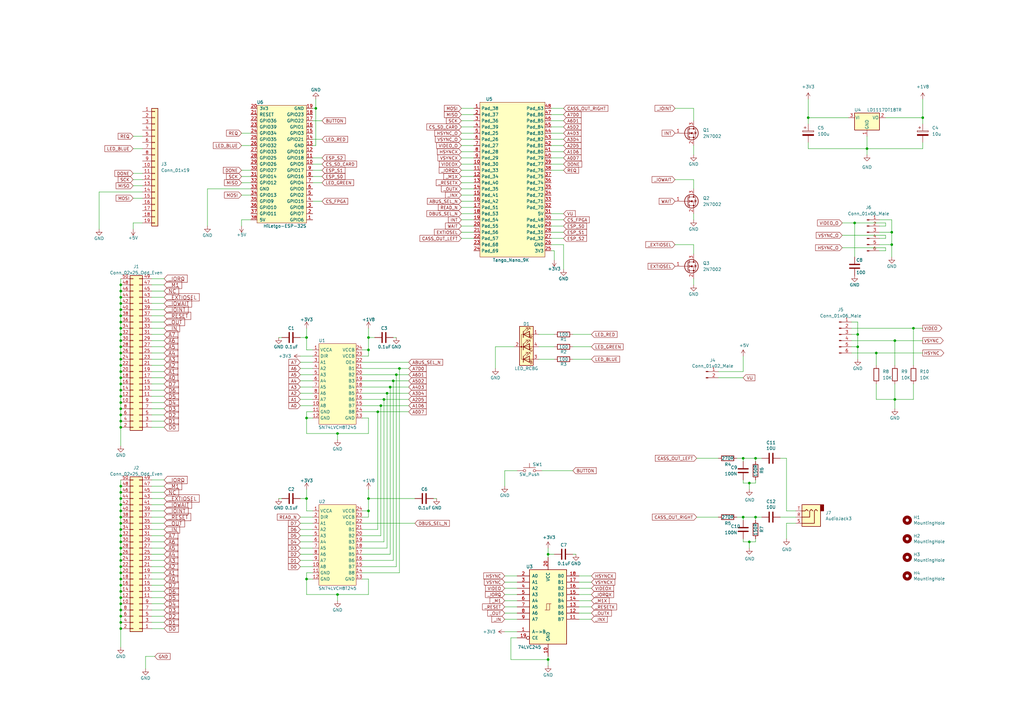
<source format=kicad_sch>
(kicad_sch (version 20211123) (generator eeschema)
  (paper "A3")
  (title_block (title "TRS-IO-M3 HIRES") (date "2022-07-24") (rev "V2.0") (comment 3 "Title: TRS-IO with HIRES for the TRS-80 Model III") (comment 4 "Author: Matt Boytim & Arno Puder"))
  (junction (at 49.53 149.86))
  (junction (at 49.53 132.08))
  (junction (at 49.53 147.32))
  (junction (at 350.52 91.44))
  (junction (at 151.13 204.47))
  (junction (at 367.03 163.83))
  (junction (at 163.83 151.13))
  (junction (at 351.79 137.16))
  (junction (at 49.53 137.16))
  (junction (at 49.53 214.63))
  (junction (at 49.53 172.72))
  (junction (at 365.76 95.25))
  (junction (at 49.53 154.94))
  (junction (at 49.53 227.33))
  (junction (at 49.53 157.48))
  (junction (at 49.53 170.18))
  (junction (at 224.79 227.33))
  (junction (at 49.53 209.55))
  (junction (at 49.53 152.4))
  (junction (at 355.6 60.96))
  (junction (at 49.53 199.39))
  (junction (at 49.53 139.7))
  (junction (at 49.53 160.02))
  (junction (at 49.53 142.24))
  (junction (at 307.34 222.25))
  (junction (at 125.73 237.49))
  (junction (at 125.73 204.47))
  (junction (at 151.13 209.55))
  (junction (at 49.53 224.79))
  (junction (at 309.88 187.96))
  (junction (at 162.56 153.67))
  (junction (at 158.75 161.29))
  (junction (at 331.47 48.26))
  (junction (at 160.02 158.75))
  (junction (at 49.53 250.19))
  (junction (at 49.53 127))
  (junction (at 49.53 204.47))
  (junction (at 125.73 138.43))
  (junction (at 49.53 229.87))
  (junction (at 154.94 168.91))
  (junction (at 359.41 144.78))
  (junction (at 49.53 124.46))
  (junction (at 49.53 217.17))
  (junction (at 49.53 234.95))
  (junction (at 49.53 252.73))
  (junction (at 138.43 243.84))
  (junction (at 49.53 167.64))
  (junction (at 161.29 156.21))
  (junction (at 49.53 219.71))
  (junction (at 49.53 212.09))
  (junction (at 224.79 270.51))
  (junction (at 49.53 242.57))
  (junction (at 49.53 237.49))
  (junction (at 304.8 212.09))
  (junction (at 49.53 134.62))
  (junction (at 374.65 134.62))
  (junction (at 49.53 116.84))
  (junction (at 151.13 143.51))
  (junction (at 49.53 257.81))
  (junction (at 156.21 166.37))
  (junction (at 49.53 232.41))
  (junction (at 125.73 171.45))
  (junction (at 304.8 187.96))
  (junction (at 309.88 212.09))
  (junction (at 49.53 144.78))
  (junction (at 49.53 121.92))
  (junction (at 157.48 163.83))
  (junction (at 129.54 44.45))
  (junction (at 49.53 175.26))
  (junction (at 49.53 165.1))
  (junction (at 49.53 119.38))
  (junction (at 307.34 198.12))
  (junction (at 49.53 240.03))
  (junction (at 49.53 207.01))
  (junction (at 49.53 201.93))
  (junction (at 49.53 162.56))
  (junction (at 49.53 129.54))
  (junction (at 138.43 177.8))
  (junction (at 378.46 48.26))
  (junction (at 49.53 255.27))
  (junction (at 351.79 142.24))
  (junction (at 49.53 247.65))
  (junction (at 49.53 245.11))
  (junction (at 49.53 222.25))
  (junction (at 151.13 138.43))
  (junction (at 365.76 100.33))
  (junction (at 367.03 139.7))
  (wire (pts (xy 102.87 90.17) (xy 99.06 90.17)))
  (wire (pts (xy 62.23 149.86) (xy 67.31 149.86)))
  (wire (pts (xy 129.54 44.45) (xy 129.54 59.69)))
  (wire (pts (xy 49.53 175.26) (xy 49.53 182.88)))
  (wire (pts (xy 189.23 85.09) (xy 194.31 85.09)))
  (wire (pts (xy 154.94 168.91) (xy 167.64 168.91)))
  (wire (pts (xy 129.54 59.69) (xy 128.27 59.69)))
  (wire (pts (xy 148.59 151.13) (xy 163.83 151.13)))
  (wire (pts (xy 123.19 166.37) (xy 128.27 166.37)))
  (wire (pts (xy 114.3 138.43) (xy 115.57 138.43)))
  (wire (pts (xy 322.58 214.63) (xy 322.58 220.98)))
  (wire (pts (xy 331.47 60.96) (xy 355.6 60.96)))
  (wire (pts (xy 189.23 59.69) (xy 194.31 59.69)))
  (wire (pts (xy 226.06 92.71) (xy 231.14 92.71)))
  (wire (pts (xy 125.73 143.51) (xy 128.27 143.51)))
  (wire (pts (xy 49.53 149.86) (xy 49.53 152.4)))
  (wire (pts (xy 62.23 124.46) (xy 67.31 124.46)))
  (wire (pts (xy 207.01 251.46) (xy 212.09 251.46)))
  (wire (pts (xy 154.94 168.91) (xy 154.94 217.17)))
  (wire (pts (xy 151.13 138.43) (xy 151.13 143.51)))
  (wire (pts (xy 49.53 119.38) (xy 49.53 121.92)))
  (wire (pts (xy 114.3 204.47) (xy 115.57 204.47)))
  (wire (pts (xy 148.59 143.51) (xy 151.13 143.51)))
  (wire (pts (xy 237.49 254) (xy 242.57 254)))
  (wire (pts (xy 207.01 248.92) (xy 212.09 248.92)))
  (wire (pts (xy 49.53 212.09) (xy 49.53 214.63)))
  (wire (pts (xy 99.06 74.93) (xy 102.87 74.93)))
  (wire (pts (xy 151.13 200.66) (xy 151.13 204.47)))
  (wire (pts (xy 209.55 261.62) (xy 209.55 270.51)))
  (wire (pts (xy 49.53 227.33) (xy 49.53 229.87)))
  (wire (pts (xy 374.65 134.62) (xy 378.46 134.62)))
  (wire (pts (xy 226.06 49.53) (xy 231.14 49.53)))
  (wire (pts (xy 284.48 44.45) (xy 276.86 44.45)))
  (wire (pts (xy 54.61 60.96) (xy 58.42 60.96)))
  (wire (pts (xy 123.19 222.25) (xy 128.27 222.25)))
  (wire (pts (xy 224.79 224.79) (xy 224.79 227.33)))
  (wire (pts (xy 123.19 219.71) (xy 128.27 219.71)))
  (wire (pts (xy 189.23 57.15) (xy 194.31 57.15)))
  (wire (pts (xy 59.69 269.24) (xy 63.5 269.24)))
  (wire (pts (xy 367.03 163.83) (xy 367.03 167.64)))
  (wire (pts (xy 49.53 214.63) (xy 49.53 217.17)))
  (wire (pts (xy 189.23 67.31) (xy 194.31 67.31)))
  (wire (pts (xy 294.64 152.4) (xy 304.8 152.4)))
  (wire (pts (xy 326.39 212.09) (xy 320.04 212.09)))
  (wire (pts (xy 350.52 91.44) (xy 363.22 91.44)))
  (wire (pts (xy 62.23 232.41) (xy 67.31 232.41)))
  (wire (pts (xy 212.09 259.08) (xy 207.01 259.08)))
  (wire (pts (xy 123.19 229.87) (xy 128.27 229.87)))
  (wire (pts (xy 237.49 241.3) (xy 242.57 241.3)))
  (wire (pts (xy 367.03 139.7) (xy 378.46 139.7)))
  (wire (pts (xy 138.43 243.84) (xy 151.13 243.84)))
  (wire (pts (xy 203.2 151.13) (xy 203.2 142.24)))
  (wire (pts (xy 123.19 153.67) (xy 128.27 153.67)))
  (wire (pts (xy 326.39 209.55) (xy 322.58 209.55)))
  (wire (pts (xy 365.76 95.25) (xy 365.76 100.33)))
  (wire (pts (xy 99.06 90.17) (xy 99.06 92.71)))
  (wire (pts (xy 148.59 224.79) (xy 158.75 224.79)))
  (wire (pts (xy 212.09 261.62) (xy 209.55 261.62)))
  (wire (pts (xy 123.19 158.75) (xy 128.27 158.75)))
  (wire (pts (xy 58.42 73.66) (xy 54.61 73.66)))
  (wire (pts (xy 224.79 269.24) (xy 224.79 270.51)))
  (wire (pts (xy 359.41 144.78) (xy 378.46 144.78)))
  (wire (pts (xy 49.53 147.32) (xy 49.53 149.86)))
  (wire (pts (xy 226.06 54.61) (xy 231.14 54.61)))
  (wire (pts (xy 351.79 132.08) (xy 351.79 137.16)))
  (wire (pts (xy 49.53 157.48) (xy 49.53 160.02)))
  (wire (pts (xy 307.34 198.12) (xy 307.34 200.66)))
  (wire (pts (xy 49.53 257.81) (xy 49.53 265.43)))
  (wire (pts (xy 132.08 49.53) (xy 128.27 49.53)))
  (wire (pts (xy 151.13 243.84) (xy 151.13 237.49)))
  (wire (pts (xy 322.58 209.55) (xy 322.58 187.96)))
  (wire (pts (xy 179.07 204.47) (xy 177.8 204.47)))
  (wire (pts (xy 49.53 162.56) (xy 49.53 165.1)))
  (wire (pts (xy 349.25 132.08) (xy 351.79 132.08)))
  (wire (pts (xy 312.42 212.09) (xy 309.88 212.09)))
  (wire (pts (xy 158.75 161.29) (xy 158.75 224.79)))
  (wire (pts (xy 203.2 142.24) (xy 210.82 142.24)))
  (wire (pts (xy 123.19 161.29) (xy 128.27 161.29)))
  (wire (pts (xy 151.13 177.8) (xy 151.13 171.45)))
  (wire (pts (xy 234.95 137.16) (xy 242.57 137.16)))
  (wire (pts (xy 62.23 132.08) (xy 67.31 132.08)))
  (wire (pts (xy 349.25 137.16) (xy 351.79 137.16)))
  (wire (pts (xy 62.23 252.73) (xy 67.31 252.73)))
  (wire (pts (xy 123.19 227.33) (xy 128.27 227.33)))
  (wire (pts (xy 102.87 54.61) (xy 99.06 54.61)))
  (wire (pts (xy 49.53 242.57) (xy 49.53 245.11)))
  (wire (pts (xy 62.23 207.01) (xy 67.31 207.01)))
  (wire (pts (xy 207.01 246.38) (xy 212.09 246.38)))
  (wire (pts (xy 359.41 163.83) (xy 367.03 163.83)))
  (wire (pts (xy 49.53 217.17) (xy 49.53 219.71)))
  (wire (pts (xy 307.34 222.25) (xy 309.88 222.25)))
  (wire (pts (xy 125.73 138.43) (xy 125.73 143.51)))
  (wire (pts (xy 189.23 95.25) (xy 194.31 95.25)))
  (wire (pts (xy 49.53 170.18) (xy 49.53 172.72)))
  (wire (pts (xy 365.76 90.17) (xy 365.76 95.25)))
  (wire (pts (xy 220.98 147.32) (xy 227.33 147.32)))
  (wire (pts (xy 226.06 62.23) (xy 231.14 62.23)))
  (wire (pts (xy 62.23 201.93) (xy 67.31 201.93)))
  (wire (pts (xy 349.25 144.78) (xy 359.41 144.78)))
  (wire (pts (xy 163.83 151.13) (xy 167.64 151.13)))
  (wire (pts (xy 62.23 196.85) (xy 67.31 196.85)))
  (wire (pts (xy 359.41 157.48) (xy 359.41 163.83)))
  (wire (pts (xy 123.19 148.59) (xy 128.27 148.59)))
  (wire (pts (xy 62.23 229.87) (xy 67.31 229.87)))
  (wire (pts (xy 49.53 121.92) (xy 49.53 124.46)))
  (wire (pts (xy 49.53 196.85) (xy 49.53 199.39)))
  (wire (pts (xy 138.43 243.84) (xy 138.43 246.38)))
  (wire (pts (xy 49.53 255.27) (xy 49.53 257.81)))
  (wire (pts (xy 309.88 196.85) (xy 309.88 198.12)))
  (wire (pts (xy 231.14 100.33) (xy 231.14 110.49)))
  (wire (pts (xy 307.34 222.25) (xy 307.34 224.79)))
  (wire (pts (xy 226.06 59.69) (xy 231.14 59.69)))
  (wire (pts (xy 129.54 40.64) (xy 129.54 44.45)))
  (wire (pts (xy 189.23 97.79) (xy 194.31 97.79)))
  (wire (pts (xy 345.44 96.52) (xy 363.22 96.52)))
  (wire (pts (xy 226.06 44.45) (xy 231.14 44.45)))
  (wire (pts (xy 58.42 78.74) (xy 40.64 78.74)))
  (wire (pts (xy 158.75 161.29) (xy 167.64 161.29)))
  (wire (pts (xy 151.13 209.55) (xy 151.13 212.09)))
  (wire (pts (xy 54.61 81.28) (xy 58.42 81.28)))
  (wire (pts (xy 62.23 219.71) (xy 67.31 219.71)))
  (wire (pts (xy 49.53 234.95) (xy 49.53 237.49)))
  (wire (pts (xy 360.68 90.17) (xy 365.76 90.17)))
  (wire (pts (xy 62.23 250.19) (xy 67.31 250.19)))
  (wire (pts (xy 128.27 82.55) (xy 132.08 82.55)))
  (wire (pts (xy 309.88 187.96) (xy 304.8 187.96)))
  (wire (pts (xy 99.06 59.69) (xy 102.87 59.69)))
  (wire (pts (xy 189.23 82.55) (xy 194.31 82.55)))
  (wire (pts (xy 62.23 242.57) (xy 67.31 242.57)))
  (wire (pts (xy 148.59 222.25) (xy 157.48 222.25)))
  (wire (pts (xy 189.23 46.99) (xy 194.31 46.99)))
  (wire (pts (xy 363.22 92.71) (xy 360.68 92.71)))
  (wire (pts (xy 132.08 74.93) (xy 128.27 74.93)))
  (wire (pts (xy 59.69 274.32) (xy 59.69 269.24)))
  (wire (pts (xy 49.53 172.72) (xy 49.53 175.26)))
  (wire (pts (xy 58.42 71.12) (xy 54.61 71.12)))
  (wire (pts (xy 49.53 152.4) (xy 49.53 154.94)))
  (wire (pts (xy 62.23 257.81) (xy 67.31 257.81)))
  (wire (pts (xy 237.49 251.46) (xy 242.57 251.46)))
  (wire (pts (xy 54.61 76.2) (xy 58.42 76.2)))
  (wire (pts (xy 162.56 138.43) (xy 161.29 138.43)))
  (wire (pts (xy 234.95 227.33) (xy 236.22 227.33)))
  (wire (pts (xy 304.8 220.98) (xy 304.8 222.25)))
  (wire (pts (xy 148.59 214.63) (xy 170.18 214.63)))
  (wire (pts (xy 148.59 217.17) (xy 154.94 217.17)))
  (wire (pts (xy 309.88 212.09) (xy 304.8 212.09)))
  (wire (pts (xy 62.23 144.78) (xy 67.31 144.78)))
  (wire (pts (xy 207.01 254) (xy 212.09 254)))
  (wire (pts (xy 125.73 134.62) (xy 125.73 138.43)))
  (wire (pts (xy 125.73 234.95) (xy 125.73 237.49)))
  (wire (pts (xy 374.65 134.62) (xy 374.65 149.86)))
  (wire (pts (xy 123.19 232.41) (xy 128.27 232.41)))
  (wire (pts (xy 151.13 212.09) (xy 148.59 212.09)))
  (wire (pts (xy 355.6 60.96) (xy 378.46 60.96)))
  (wire (pts (xy 151.13 146.05) (xy 148.59 146.05)))
  (wire (pts (xy 367.03 139.7) (xy 367.03 149.86)))
  (wire (pts (xy 123.19 156.21) (xy 128.27 156.21)))
  (wire (pts (xy 148.59 161.29) (xy 158.75 161.29)))
  (wire (pts (xy 62.23 204.47) (xy 67.31 204.47)))
  (wire (pts (xy 212.09 241.3) (xy 207.01 241.3)))
  (wire (pts (xy 226.06 90.17) (xy 231.14 90.17)))
  (wire (pts (xy 62.23 172.72) (xy 67.31 172.72)))
  (wire (pts (xy 312.42 187.96) (xy 309.88 187.96)))
  (wire (pts (xy 378.46 48.26) (xy 378.46 50.8)))
  (wire (pts (xy 156.21 166.37) (xy 167.64 166.37)))
  (wire (pts (xy 49.53 129.54) (xy 49.53 132.08)))
  (wire (pts (xy 49.53 116.84) (xy 49.53 119.38)))
  (wire (pts (xy 49.53 137.16) (xy 49.53 139.7)))
  (wire (pts (xy 62.23 152.4) (xy 67.31 152.4)))
  (wire (pts (xy 355.6 55.88) (xy 355.6 60.96)))
  (wire (pts (xy 62.23 157.48) (xy 67.31 157.48)))
  (wire (pts (xy 125.73 237.49) (xy 128.27 237.49)))
  (wire (pts (xy 49.53 240.03) (xy 49.53 242.57)))
  (wire (pts (xy 62.23 224.79) (xy 67.31 224.79)))
  (wire (pts (xy 220.98 142.24) (xy 227.33 142.24)))
  (wire (pts (xy 189.23 77.47) (xy 194.31 77.47)))
  (wire (pts (xy 62.23 142.24) (xy 67.31 142.24)))
  (wire (pts (xy 222.25 193.04) (xy 234.95 193.04)))
  (wire (pts (xy 151.13 204.47) (xy 170.18 204.47)))
  (wire (pts (xy 49.53 124.46) (xy 49.53 127)))
  (wire (pts (xy 189.23 62.23) (xy 194.31 62.23)))
  (wire (pts (xy 151.13 134.62) (xy 151.13 138.43)))
  (wire (pts (xy 123.19 151.13) (xy 128.27 151.13)))
  (wire (pts (xy 128.27 234.95) (xy 125.73 234.95)))
  (wire (pts (xy 49.53 229.87) (xy 49.53 232.41)))
  (wire (pts (xy 49.53 167.64) (xy 49.53 170.18)))
  (wire (pts (xy 148.59 171.45) (xy 151.13 171.45)))
  (wire (pts (xy 148.59 232.41) (xy 162.56 232.41)))
  (wire (pts (xy 151.13 138.43) (xy 153.67 138.43)))
  (wire (pts (xy 62.23 162.56) (xy 67.31 162.56)))
  (wire (pts (xy 125.73 237.49) (xy 125.73 243.84)))
  (wire (pts (xy 99.06 80.01) (xy 102.87 80.01)))
  (wire (pts (xy 302.26 212.09) (xy 304.8 212.09)))
  (wire (pts (xy 226.06 95.25) (xy 231.14 95.25)))
  (wire (pts (xy 284.48 87.63) (xy 284.48 90.17)))
  (wire (pts (xy 237.49 246.38) (xy 242.57 246.38)))
  (wire (pts (xy 54.61 91.44) (xy 54.61 93.98)))
  (wire (pts (xy 148.59 156.21) (xy 161.29 156.21)))
  (wire (pts (xy 49.53 165.1) (xy 49.53 167.64)))
  (wire (pts (xy 237.49 238.76) (xy 242.57 238.76)))
  (wire (pts (xy 345.44 91.44) (xy 350.52 91.44)))
  (wire (pts (xy 194.31 72.39) (xy 189.23 72.39)))
  (wire (pts (xy 138.43 177.8) (xy 138.43 180.34)))
  (wire (pts (xy 102.87 77.47) (xy 85.09 77.47)))
  (wire (pts (xy 128.27 67.31) (xy 132.08 67.31)))
  (wire (pts (xy 49.53 237.49) (xy 49.53 240.03)))
  (wire (pts (xy 157.48 163.83) (xy 167.64 163.83)))
  (wire (pts (xy 212.09 193.04) (xy 207.01 193.04)))
  (wire (pts (xy 349.25 139.7) (xy 367.03 139.7)))
  (wire (pts (xy 62.23 222.25) (xy 67.31 222.25)))
  (wire (pts (xy 365.76 100.33) (xy 365.76 105.41)))
  (wire (pts (xy 363.22 101.6) (xy 363.22 102.87)))
  (wire (pts (xy 49.53 245.11) (xy 49.53 247.65)))
  (wire (pts (xy 226.06 46.99) (xy 231.14 46.99)))
  (wire (pts (xy 148.59 234.95) (xy 163.83 234.95)))
  (wire (pts (xy 125.73 204.47) (xy 125.73 209.55)))
  (wire (pts (xy 207.01 243.84) (xy 212.09 243.84)))
  (wire (pts (xy 62.23 129.54) (xy 67.31 129.54)))
  (wire (pts (xy 49.53 144.78) (xy 49.53 147.32)))
  (wire (pts (xy 62.23 245.11) (xy 67.31 245.11)))
  (wire (pts (xy 226.06 64.77) (xy 231.14 64.77)))
  (wire (pts (xy 128.27 72.39) (xy 132.08 72.39)))
  (wire (pts (xy 62.23 127) (xy 67.31 127)))
  (wire (pts (xy 226.06 69.85) (xy 231.14 69.85)))
  (wire (pts (xy 304.8 222.25) (xy 307.34 222.25)))
  (wire (pts (xy 62.23 199.39) (xy 67.31 199.39)))
  (wire (pts (xy 307.34 198.12) (xy 309.88 198.12)))
  (wire (pts (xy 189.23 74.93) (xy 194.31 74.93)))
  (wire (pts (xy 49.53 114.3) (xy 49.53 116.84)))
  (wire (pts (xy 224.79 227.33) (xy 227.33 227.33)))
  (wire (pts (xy 322.58 187.96) (xy 320.04 187.96)))
  (wire (pts (xy 148.59 153.67) (xy 162.56 153.67)))
  (wire (pts (xy 40.64 78.74) (xy 40.64 93.98)))
  (wire (pts (xy 160.02 158.75) (xy 160.02 227.33)))
  (wire (pts (xy 49.53 160.02) (xy 49.53 162.56)))
  (wire (pts (xy 62.23 139.7) (xy 67.31 139.7)))
  (wire (pts (xy 49.53 127) (xy 49.53 129.54)))
  (wire (pts (xy 207.01 193.04) (xy 207.01 199.39)))
  (wire (pts (xy 189.23 54.61) (xy 194.31 54.61)))
  (wire (pts (xy 162.56 153.67) (xy 167.64 153.67)))
  (wire (pts (xy 285.75 187.96) (xy 294.64 187.96)))
  (wire (pts (xy 374.65 163.83) (xy 374.65 157.48)))
  (wire (pts (xy 62.23 160.02) (xy 67.31 160.02)))
  (wire (pts (xy 304.8 189.23) (xy 304.8 187.96)))
  (wire (pts (xy 49.53 252.73) (xy 49.53 255.27)))
  (wire (pts (xy 226.06 52.07) (xy 231.14 52.07)))
  (wire (pts (xy 128.27 168.91) (xy 125.73 168.91)))
  (wire (pts (xy 102.87 69.85) (xy 99.06 69.85)))
  (wire (pts (xy 148.59 168.91) (xy 154.94 168.91)))
  (wire (pts (xy 49.53 134.62) (xy 49.53 137.16)))
  (wire (pts (xy 331.47 48.26) (xy 331.47 50.8)))
  (wire (pts (xy 224.79 227.33) (xy 224.79 228.6)))
  (wire (pts (xy 123.19 163.83) (xy 128.27 163.83)))
  (wire (pts (xy 49.53 232.41) (xy 49.53 234.95)))
  (wire (pts (xy 125.73 168.91) (xy 125.73 171.45)))
  (wire (pts (xy 151.13 204.47) (xy 151.13 209.55)))
  (wire (pts (xy 331.47 48.26) (xy 347.98 48.26)))
  (wire (pts (xy 285.75 212.09) (xy 294.64 212.09)))
  (wire (pts (xy 58.42 55.88) (xy 54.61 55.88)))
  (wire (pts (xy 189.23 90.17) (xy 194.31 90.17)))
  (wire (pts (xy 309.88 220.98) (xy 309.88 222.25)))
  (wire (pts (xy 123.19 224.79) (xy 128.27 224.79)))
  (wire (pts (xy 49.53 209.55) (xy 49.53 212.09)))
  (wire (pts (xy 234.95 147.32) (xy 242.57 147.32)))
  (wire (pts (xy 360.68 100.33) (xy 365.76 100.33)))
  (wire (pts (xy 125.73 171.45) (xy 125.73 177.8)))
  (wire (pts (xy 62.23 212.09) (xy 67.31 212.09)))
  (wire (pts (xy 207.01 236.22) (xy 212.09 236.22)))
  (wire (pts (xy 125.73 243.84) (xy 138.43 243.84)))
  (wire (pts (xy 160.02 158.75) (xy 167.64 158.75)))
  (wire (pts (xy 284.48 73.66) (xy 284.48 77.47)))
  (wire (pts (xy 128.27 212.09) (xy 123.19 212.09)))
  (wire (pts (xy 85.09 77.47) (xy 85.09 92.71)))
  (wire (pts (xy 123.19 217.17) (xy 128.27 217.17)))
  (wire (pts (xy 102.87 72.39) (xy 99.06 72.39)))
  (wire (pts (xy 227.33 102.87) (xy 227.33 106.68)))
  (wire (pts (xy 49.53 199.39) (xy 49.53 201.93)))
  (wire (pts (xy 49.53 132.08) (xy 49.53 134.62)))
  (wire (pts (xy 367.03 163.83) (xy 374.65 163.83)))
  (wire (pts (xy 62.23 217.17) (xy 67.31 217.17)))
  (wire (pts (xy 161.29 156.21) (xy 167.64 156.21)))
  (wire (pts (xy 58.42 91.44) (xy 54.61 91.44)))
  (wire (pts (xy 62.23 170.18) (xy 67.31 170.18)))
  (wire (pts (xy 123.19 214.63) (xy 128.27 214.63)))
  (wire (pts (xy 148.59 219.71) (xy 156.21 219.71)))
  (wire (pts (xy 125.73 177.8) (xy 138.43 177.8)))
  (wire (pts (xy 345.44 101.6) (xy 363.22 101.6)))
  (wire (pts (xy 49.53 250.19) (xy 49.53 252.73)))
  (wire (pts (xy 189.23 92.71) (xy 194.31 92.71)))
  (wire (pts (xy 231.14 87.63) (xy 226.06 87.63)))
  (wire (pts (xy 62.23 227.33) (xy 67.31 227.33)))
  (wire (pts (xy 138.43 177.8) (xy 151.13 177.8)))
  (wire (pts (xy 49.53 219.71) (xy 49.53 222.25)))
  (wire (pts (xy 156.21 166.37) (xy 156.21 219.71)))
  (wire (pts (xy 132.08 57.15) (xy 128.27 57.15)))
  (wire (pts (xy 363.22 96.52) (xy 363.22 97.79)))
  (wire (pts (xy 123.19 138.43) (xy 125.73 138.43)))
  (wire (pts (xy 62.23 114.3) (xy 67.31 114.3)))
  (wire (pts (xy 226.06 57.15) (xy 231.14 57.15)))
  (wire (pts (xy 309.88 213.36) (xy 309.88 212.09)))
  (wire (pts (xy 207.01 238.76) (xy 212.09 238.76)))
  (wire (pts (xy 189.23 69.85) (xy 194.31 69.85)))
  (wire (pts (xy 189.23 52.07) (xy 194.31 52.07)))
  (wire (pts (xy 363.22 97.79) (xy 360.68 97.79)))
  (wire (pts (xy 331.47 40.64) (xy 331.47 48.26)))
  (wire (pts (xy 62.23 167.64) (xy 67.31 167.64)))
  (wire (pts (xy 62.23 255.27) (xy 67.31 255.27)))
  (wire (pts (xy 224.79 270.51) (xy 224.79 273.05)))
  (wire (pts (xy 350.52 105.41) (xy 350.52 91.44)))
  (wire (pts (xy 128.27 44.45) (xy 129.54 44.45)))
  (wire (pts (xy 148.59 163.83) (xy 157.48 163.83)))
  (wire (pts (xy 331.47 58.42) (xy 331.47 60.96)))
  (wire (pts (xy 302.26 187.96) (xy 304.8 187.96)))
  (wire (pts (xy 226.06 102.87) (xy 227.33 102.87)))
  (wire (pts (xy 62.23 147.32) (xy 67.31 147.32)))
  (wire (pts (xy 378.46 58.42) (xy 378.46 60.96)))
  (wire (pts (xy 125.73 209.55) (xy 128.27 209.55)))
  (wire (pts (xy 189.23 64.77) (xy 194.31 64.77)))
  (wire (pts (xy 128.27 64.77) (xy 132.08 64.77)))
  (wire (pts (xy 359.41 144.78) (xy 359.41 149.86)))
  (wire (pts (xy 349.25 142.24) (xy 351.79 142.24)))
  (wire (pts (xy 62.23 119.38) (xy 67.31 119.38)))
  (wire (pts (xy 125.73 200.66) (xy 125.73 204.47)))
  (wire (pts (xy 62.23 234.95) (xy 67.31 234.95)))
  (wire (pts (xy 360.68 95.25) (xy 365.76 95.25)))
  (wire (pts (xy 49.53 204.47) (xy 49.53 207.01)))
  (wire (pts (xy 326.39 214.63) (xy 322.58 214.63)))
  (wire (pts (xy 363.22 91.44) (xy 363.22 92.71)))
  (wire (pts (xy 49.53 154.94) (xy 49.53 157.48)))
  (wire (pts (xy 284.48 59.69) (xy 284.48 63.5)))
  (wire (pts (xy 62.23 121.92) (xy 67.31 121.92)))
  (wire (pts (xy 189.23 49.53) (xy 194.31 49.53)))
  (wire (pts (xy 284.48 49.53) (xy 284.48 44.45)))
  (wire (pts (xy 148.59 148.59) (xy 167.64 148.59)))
  (wire (pts (xy 304.8 196.85) (xy 304.8 198.12)))
  (wire (pts (xy 189.23 87.63) (xy 194.31 87.63)))
  (wire (pts (xy 148.59 166.37) (xy 156.21 166.37)))
  (wire (pts (xy 237.49 236.22) (xy 242.57 236.22)))
  (wire (pts (xy 62.23 240.03) (xy 67.31 240.03)))
  (wire (pts (xy 294.64 154.94) (xy 304.8 154.94)))
  (wire (pts (xy 237.49 243.84) (xy 242.57 243.84)))
  (wire (pts (xy 62.23 154.94) (xy 67.31 154.94)))
  (wire (pts (xy 163.83 151.13) (xy 163.83 234.95)))
  (wire (pts (xy 148.59 227.33) (xy 160.02 227.33)))
  (wire (pts (xy 148.59 237.49) (xy 151.13 237.49)))
  (wire (pts (xy 62.23 214.63) (xy 67.31 214.63)))
  (wire (pts (xy 62.23 247.65) (xy 67.31 247.65)))
  (wire (pts (xy 284.48 114.3) (xy 284.48 116.84)))
  (wire (pts (xy 161.29 156.21) (xy 161.29 229.87)))
  (wire (pts (xy 349.25 134.62) (xy 374.65 134.62)))
  (wire (pts (xy 62.23 165.1) (xy 67.31 165.1)))
  (wire (pts (xy 49.53 224.79) (xy 49.53 227.33)))
  (wire (pts (xy 226.06 100.33) (xy 231.14 100.33)))
  (wire (pts (xy 355.6 60.96) (xy 355.6 63.5)))
  (wire (pts (xy 49.53 142.24) (xy 49.53 144.78)))
  (wire (pts (xy 128.27 146.05) (xy 123.19 146.05)))
  (wire (pts (xy 367.03 157.48) (xy 367.03 163.83)))
  (wire (pts (xy 128.27 69.85) (xy 132.08 69.85)))
  (wire (pts (xy 49.53 207.01) (xy 49.53 209.55)))
  (wire (pts (xy 284.48 100.33) (xy 284.48 104.14)))
  (wire (pts (xy 209.55 270.51) (xy 224.79 270.51)))
  (wire (pts (xy 62.23 175.26) (xy 67.31 175.26)))
  (wire (pts (xy 49.53 247.65) (xy 49.53 250.19)))
  (wire (pts (xy 148.59 229.87) (xy 161.29 229.87)))
  (wire (pts (xy 62.23 237.49) (xy 67.31 237.49)))
  (wire (pts (xy 49.53 139.7) (xy 49.53 142.24)))
  (wire (pts (xy 237.49 248.92) (xy 242.57 248.92)))
  (wire (pts (xy 151.13 143.51) (xy 151.13 146.05)))
  (wire (pts (xy 148.59 209.55) (xy 151.13 209.55)))
  (wire (pts (xy 378.46 48.26) (xy 363.22 48.26)))
  (wire (pts (xy 189.23 80.01) (xy 194.31 80.01)))
  (wire (pts (xy 162.56 153.67) (xy 162.56 232.41)))
  (wire (pts (xy 62.23 209.55) (xy 67.31 209.55)))
  (wire (pts (xy 378.46 40.64) (xy 378.46 48.26)))
  (wire (pts (xy 62.23 116.84) (xy 67.31 116.84)))
  (wire (pts (xy 226.06 97.79) (xy 231.14 97.79)))
  (wire (pts (xy 276.86 73.66) (xy 284.48 73.66)))
  (wire (pts (xy 363.22 102.87) (xy 360.68 102.87)))
  (wire (pts (xy 351.79 137.16) (xy 351.79 142.24)))
  (wire (pts (xy 304.8 213.36) (xy 304.8 212.09)))
  (wire (pts (xy 276.86 100.33) (xy 284.48 100.33)))
  (wire (pts (xy 189.23 44.45) (xy 194.31 44.45)))
  (wire (pts (xy 309.88 189.23) (xy 309.88 187.96)))
  (wire (pts (xy 226.06 67.31) (xy 231.14 67.31)))
  (wire (pts (xy 220.98 137.16) (xy 227.33 137.16)))
  (wire (pts (xy 304.8 152.4) (xy 304.8 146.05)))
  (wire (pts (xy 125.73 171.45) (xy 128.27 171.45)))
  (wire (pts (xy 62.23 134.62) (xy 67.31 134.62)))
  (wire (pts (xy 148.59 158.75) (xy 160.02 158.75)))
  (wire (pts (xy 123.19 204.47) (xy 125.73 204.47)))
  (wire (pts (xy 49.53 222.25) (xy 49.53 224.79)))
  (wire (pts (xy 351.79 142.24) (xy 351.79 147.32)))
  (wire (pts (xy 304.8 198.12) (xy 307.34 198.12)))
  (wire (pts (xy 234.95 142.24) (xy 242.57 142.24)))
  (wire (pts (xy 62.23 137.16) (xy 67.31 137.16)))
  (wire (pts (xy 49.53 201.93) (xy 49.53 204.47)))
  (wire (pts (xy 157.48 163.83) (xy 157.48 222.25)))
  (global_label "A7" (shape input) (at 67.31 137.16 0) (effects (font (size 1.524 1.524))) (property "Intersheet References" "${INTERSHEET_REFS}" (effects hide)))
  (global_label "D1" (shape input) (at 123.19 229.87 180) (property "Intersheet References" "${INTERSHEET_REFS}" (effects hide)))
  (global_label "_EXTIOSEL" (shape input) (at 67.31 121.92 0) (effects (font (size 1.524 1.524))) (property "Intersheet References" "${INTERSHEET_REFS}" (effects hide)))
  (global_label "MISO" (shape input) (at 54.61 76.2 180) (property "Intersheet References" "${INTERSHEET_REFS}" (effects hide)))
  (global_label "LED_BLUE" (shape input) (at 54.61 60.96 180) (property "Intersheet References" "${INTERSHEET_REFS}" (effects hide)))
  (global_label "A5" (shape input) (at 67.31 224.79 0) (effects (font (size 1.524 1.524))) (property "Intersheet References" "${INTERSHEET_REFS}" (effects hide)))
  (global_label "D1" (shape input) (at 67.31 172.72 0) (effects (font (size 1.524 1.524))) (property "Intersheet References" "${INTERSHEET_REFS}" (effects hide)))
  (global_label "A6" (shape input) (at 67.31 222.25 0) (effects (font (size 1.524 1.524))) (property "Intersheet References" "${INTERSHEET_REFS}" (effects hide)))
  (global_label "A0D7" (shape input) (at 167.64 168.91 0) (property "Intersheet References" "${INTERSHEET_REFS}" (effects hide)))
  (global_label "_EXTIOSEL" (shape input) (at 67.31 204.47 0) (effects (font (size 1.524 1.524))) (property "Intersheet References" "${INTERSHEET_REFS}" (effects hide)))
  (global_label "ESP_S1" (shape input) (at 132.08 69.85 0) (property "Intersheet References" "${INTERSHEET_REFS}" (effects hide)))
  (global_label "VSYNCX" (shape input) (at 189.23 64.77 180) (property "Intersheet References" "${INTERSHEET_REFS}" (effects hide)))
  (global_label "D4" (shape input) (at 123.19 222.25 180) (property "Intersheet References" "${INTERSHEET_REFS}" (effects hide)))
  (global_label "LED_BLUE" (shape input) (at 242.57 147.32 0) (property "Intersheet References" "${INTERSHEET_REFS}" (effects hide)))
  (global_label "A5D2" (shape input) (at 167.64 156.21 0) (property "Intersheet References" "${INTERSHEET_REFS}" (effects hide)))
  (global_label "D7" (shape input) (at 123.19 214.63 180) (property "Intersheet References" "${INTERSHEET_REFS}" (effects hide)))
  (global_label "CASS_OUT_RIGHT" (shape input) (at 231.14 44.45 0) (property "Intersheet References" "${INTERSHEET_REFS}" (effects hide)))
  (global_label "A6" (shape input) (at 123.19 151.13 180) (property "Intersheet References" "${INTERSHEET_REFS}" (effects hide)))
  (global_label "VU" (shape input) (at 231.14 87.63 0) (property "Intersheet References" "${INTERSHEET_REFS}" (effects hide)))
  (global_label "_IORQX" (shape input) (at 189.23 69.85 180) (property "Intersheet References" "${INTERSHEET_REFS}" (effects hide)))
  (global_label "A4D3" (shape input) (at 231.14 54.61 0) (property "Intersheet References" "${INTERSHEET_REFS}" (effects hide)))
  (global_label "_M1" (shape input) (at 67.31 199.39 0) (effects (font (size 1.524 1.524))) (property "Intersheet References" "${INTERSHEET_REFS}" (effects hide)))
  (global_label "ESP_S2" (shape input) (at 132.08 64.77 0) (property "Intersheet References" "${INTERSHEET_REFS}" (effects hide)))
  (global_label "EXTIOSEL" (shape input) (at 189.23 95.25 180) (property "Intersheet References" "${INTERSHEET_REFS}" (effects hide)))
  (global_label "READ_N" (shape input) (at 189.23 85.09 180) (property "Intersheet References" "${INTERSHEET_REFS}" (effects hide)))
  (global_label "VIDEOX" (shape input) (at 242.57 241.3 0) (property "Intersheet References" "${INTERSHEET_REFS}" (effects hide)))
  (global_label "A3" (shape input) (at 67.31 147.32 0) (effects (font (size 1.524 1.524))) (property "Intersheet References" "${INTERSHEET_REFS}" (effects hide)))
  (global_label "CASS_OUT_RIGHT" (shape input) (at 285.75 212.09 180) (property "Intersheet References" "${INTERSHEET_REFS}" (effects hide)))
  (global_label "MOSI" (shape input) (at 189.23 44.45 180) (property "Intersheet References" "${INTERSHEET_REFS}" (effects hide)))
  (global_label "A1" (shape input) (at 67.31 152.4 0) (effects (font (size 1.524 1.524))) (property "Intersheet References" "${INTERSHEET_REFS}" (effects hide)))
  (global_label "D6" (shape input) (at 67.31 242.57 0) (effects (font (size 1.524 1.524))) (property "Intersheet References" "${INTERSHEET_REFS}" (effects hide)))
  (global_label "A6D1" (shape input) (at 231.14 49.53 0) (property "Intersheet References" "${INTERSHEET_REFS}" (effects hide)))
  (global_label "WAIT" (shape input) (at 189.23 92.71 180) (property "Intersheet References" "${INTERSHEET_REFS}" (effects hide)))
  (global_label "INT" (shape input) (at 276.86 54.61 180) (property "Intersheet References" "${INTERSHEET_REFS}" (effects hide)))
  (global_label "A2" (shape input) (at 123.19 161.29 180) (property "Intersheet References" "${INTERSHEET_REFS}" (effects hide)))
  (global_label "_OUT" (shape input) (at 67.31 132.08 0) (effects (font (size 1.524 1.524))) (property "Intersheet References" "${INTERSHEET_REFS}" (effects hide)))
  (global_label "VSYNC" (shape input) (at 207.01 238.76 180) (property "Intersheet References" "${INTERSHEET_REFS}" (effects hide)))
  (global_label "A1" (shape input) (at 67.31 234.95 0) (effects (font (size 1.524 1.524))) (property "Intersheet References" "${INTERSHEET_REFS}" (effects hide)))
  (global_label "A1D6" (shape input) (at 167.64 166.37 0) (property "Intersheet References" "${INTERSHEET_REFS}" (effects hide)))
  (global_label "CASS_OUT_LEFT" (shape input) (at 189.23 97.79 180) (property "Intersheet References" "${INTERSHEET_REFS}" (effects hide)))
  (global_label "HSYNC" (shape output) (at 378.46 144.78 0) (property "Intersheet References" "${INTERSHEET_REFS}" (effects hide)))
  (global_label "_OUT" (shape input) (at 207.01 251.46 180) (property "Intersheet References" "${INTERSHEET_REFS}" (effects hide)))
  (global_label "A2" (shape input) (at 67.31 149.86 0) (effects (font (size 1.524 1.524))) (property "Intersheet References" "${INTERSHEET_REFS}" (effects hide)))
  (global_label "A7D0" (shape input) (at 167.64 151.13 0) (property "Intersheet References" "${INTERSHEET_REFS}" (effects hide)))
  (global_label "LED_BLUE" (shape input) (at 99.06 59.69 180) (property "Intersheet References" "${INTERSHEET_REFS}" (effects hide)))
  (global_label "LED_GREEN" (shape input) (at 132.08 74.93 0) (property "Intersheet References" "${INTERSHEET_REFS}" (effects hide)))
  (global_label "D7" (shape input) (at 67.31 240.03 0) (effects (font (size 1.524 1.524))) (property "Intersheet References" "${INTERSHEET_REFS}" (effects hide)))
  (global_label "VSYNCX" (shape input) (at 242.57 238.76 0) (property "Intersheet References" "${INTERSHEET_REFS}" (effects hide)))
  (global_label "HSYNCX" (shape input) (at 189.23 62.23 180) (property "Intersheet References" "${INTERSHEET_REFS}" (effects hide)))
  (global_label "D0" (shape input) (at 67.31 257.81 0) (effects (font (size 1.524 1.524))) (property "Intersheet References" "${INTERSHEET_REFS}" (effects hide)))
  (global_label "CS_FPGA" (shape input) (at 132.08 82.55 0) (property "Intersheet References" "${INTERSHEET_REFS}" (effects hide)))
  (global_label "_IN" (shape input) (at 67.31 134.62 0) (effects (font (size 1.524 1.524))) (property "Intersheet References" "${INTERSHEET_REFS}" (effects hide)))
  (global_label "HSYNC_O" (shape input) (at 345.44 101.6 180) (property "Intersheet References" "${INTERSHEET_REFS}" (effects hide)))
  (global_label "_INX" (shape input) (at 189.23 80.01 180) (property "Intersheet References" "${INTERSHEET_REFS}" (effects hide)))
  (global_label "D6" (shape input) (at 123.19 217.17 180) (property "Intersheet References" "${INTERSHEET_REFS}" (effects hide)))
  (global_label "_IORQ" (shape input) (at 67.31 196.85 0) (effects (font (size 1.524 1.524))) (property "Intersheet References" "${INTERSHEET_REFS}" (effects hide)))
  (global_label "A7" (shape input) (at 67.31 219.71 0) (effects (font (size 1.524 1.524))) (property "Intersheet References" "${INTERSHEET_REFS}" (effects hide)))
  (global_label "VSYNC" (shape output) (at 378.46 139.7 0) (property "Intersheet References" "${INTERSHEET_REFS}" (effects hide)))
  (global_label "READ_N" (shape input) (at 123.19 212.09 180) (property "Intersheet References" "${INTERSHEET_REFS}" (effects hide)))
  (global_label "_M1" (shape input) (at 67.31 116.84 0) (effects (font (size 1.524 1.524))) (property "Intersheet References" "${INTERSHEET_REFS}" (effects hide)))
  (global_label "A5" (shape input) (at 123.19 153.67 180) (property "Intersheet References" "${INTERSHEET_REFS}" (effects hide)))
  (global_label "MISO" (shape input) (at 99.06 74.93 180) (property "Intersheet References" "${INTERSHEET_REFS}" (effects hide)))
  (global_label "LED_RED" (shape input) (at 242.57 137.16 0) (property "Intersheet References" "${INTERSHEET_REFS}" (effects hide)))
  (global_label "VSYNC_O" (shape input) (at 189.23 57.15 180) (property "Intersheet References" "${INTERSHEET_REFS}" (effects hide)))
  (global_label "_INX" (shape input) (at 242.57 254 0) (property "Intersheet References" "${INTERSHEET_REFS}" (effects hide)))
  (global_label "ESP_S0" (shape input) (at 231.14 92.71 0) (property "Intersheet References" "${INTERSHEET_REFS}" (effects hide)))
  (global_label "_OUT" (shape input) (at 67.31 214.63 0) (effects (font (size 1.524 1.524))) (property "Intersheet References" "${INTERSHEET_REFS}" (effects hide)))
  (global_label "D4" (shape input) (at 67.31 165.1 0) (effects (font (size 1.524 1.524))) (property "Intersheet References" "${INTERSHEET_REFS}" (effects hide)))
  (global_label "A6D1" (shape input) (at 167.64 153.67 0) (property "Intersheet References" "${INTERSHEET_REFS}" (effects hide)))
  (global_label "_RESET" (shape input) (at 67.31 212.09 0) (effects (font (size 1.524 1.524))) (property "Intersheet References" "${INTERSHEET_REFS}" (effects hide)))
  (global_label "A1D6" (shape input) (at 231.14 62.23 0) (property "Intersheet References" "${INTERSHEET_REFS}" (effects hide)))
  (global_label "LED_GREEN" (shape input) (at 242.57 142.24 0) (property "Intersheet References" "${INTERSHEET_REFS}" (effects hide)))
  (global_label "D7" (shape input) (at 67.31 157.48 0) (effects (font (size 1.524 1.524))) (property "Intersheet References" "${INTERSHEET_REFS}" (effects hide)))
  (global_label "NC" (shape input) (at 67.31 119.38 0) (effects (font (size 1.524 1.524))) (property "Intersheet References" "${INTERSHEET_REFS}" (effects hide)))
  (global_label "MOSI" (shape input) (at 54.61 81.28 180) (property "Intersheet References" "${INTERSHEET_REFS}" (effects hide)))
  (global_label "_IOINT" (shape input) (at 67.31 127 0) (effects (font (size 1.524 1.524))) (property "Intersheet References" "${INTERSHEET_REFS}" (effects hide)))
  (global_label "_RESET" (shape input) (at 67.31 129.54 0) (effects (font (size 1.524 1.524))) (property "Intersheet References" "${INTERSHEET_REFS}" (effects hide)))
  (global_label "HSYNC_O" (shape input) (at 189.23 54.61 180) (property "Intersheet References" "${INTERSHEET_REFS}" (effects hide)))
  (global_label "A0D7" (shape input) (at 231.14 64.77 0) (property "Intersheet References" "${INTERSHEET_REFS}" (effects hide)))
  (global_label "SCK" (shape input) (at 189.23 49.53 180) (property "Intersheet References" "${INTERSHEET_REFS}" (effects hide)))
  (global_label "BUTTON" (shape input) (at 132.08 49.53 0) (property "Intersheet References" "${INTERSHEET_REFS}" (effects hide)))
  (global_label "D5" (shape input) (at 67.31 162.56 0) (effects (font (size 1.524 1.524))) (property "Intersheet References" "${INTERSHEET_REFS}" (effects hide)))
  (global_label "A5" (shape input) (at 67.31 142.24 0) (effects (font (size 1.524 1.524))) (property "Intersheet References" "${INTERSHEET_REFS}" (effects hide)))
  (global_label "VSYNC_O" (shape input) (at 345.44 96.52 180) (property "Intersheet References" "${INTERSHEET_REFS}" (effects hide)))
  (global_label "A2D5" (shape input) (at 231.14 59.69 0) (property "Intersheet References" "${INTERSHEET_REFS}" (effects hide)))
  (global_label "A3" (shape input) (at 123.19 158.75 180) (property "Intersheet References" "${INTERSHEET_REFS}" (effects hide)))
  (global_label "D6" (shape input) (at 67.31 160.02 0) (effects (font (size 1.524 1.524))) (property "Intersheet References" "${INTERSHEET_REFS}" (effects hide)))
  (global_label "A6" (shape input) (at 67.31 139.7 0) (effects (font (size 1.524 1.524))) (property "Intersheet References" "${INTERSHEET_REFS}" (effects hide)))
  (global_label "D5" (shape input) (at 67.31 245.11 0) (effects (font (size 1.524 1.524))) (property "Intersheet References" "${INTERSHEET_REFS}" (effects hide)))
  (global_label "D5" (shape input) (at 123.19 219.71 180) (property "Intersheet References" "${INTERSHEET_REFS}" (effects hide)))
  (global_label "_IOINT" (shape input) (at 67.31 209.55 0) (effects (font (size 1.524 1.524))) (property "Intersheet References" "${INTERSHEET_REFS}" (effects hide)))
  (global_label "VIDEO_O" (shape input) (at 345.44 91.44 180) (property "Intersheet References" "${INTERSHEET_REFS}" (effects hide)))
  (global_label "A0" (shape input) (at 123.19 166.37 180) (property "Intersheet References" "${INTERSHEET_REFS}" (effects hide)))
  (global_label "REQ" (shape input) (at 99.06 54.61 180) (property "Intersheet References" "${INTERSHEET_REFS}" (effects hide)))
  (global_label "D0" (shape input) (at 123.19 232.41 180) (property "Intersheet References" "${INTERSHEET_REFS}" (effects hide)))
  (global_label "D3" (shape input) (at 67.31 167.64 0) (effects (font (size 1.524 1.524))) (property "Intersheet References" "${INTERSHEET_REFS}" (effects hide)))
  (global_label "A3D4" (shape input) (at 231.14 57.15 0) (property "Intersheet References" "${INTERSHEET_REFS}" (effects hide)))
  (global_label "_IORQ" (shape input) (at 67.31 114.3 0) (effects (font (size 1.524 1.524))) (property "Intersheet References" "${INTERSHEET_REFS}" (effects hide)))
  (global_label "D4" (shape input) (at 67.31 247.65 0) (effects (font (size 1.524 1.524))) (property "Intersheet References" "${INTERSHEET_REFS}" (effects hide)))
  (global_label "ABUS_SEL_N" (shape input) (at 167.64 148.59 0) (property "Intersheet References" "${INTERSHEET_REFS}" (effects hide)))
  (global_label "A2" (shape input) (at 67.31 232.41 0) (effects (font (size 1.524 1.524))) (property "Intersheet References" "${INTERSHEET_REFS}" (effects hide)))
  (global_label "HSYNC" (shape input) (at 207.01 236.22 180) (property "Intersheet References" "${INTERSHEET_REFS}" (effects hide)))
  (global_label "DBUS_SEL_N" (shape input) (at 170.18 214.63 0) (property "Intersheet References" "${INTERSHEET_REFS}" (effects hide)))
  (global_label "_IOWAIT" (shape input) (at 67.31 124.46 0) (effects (font (size 1.524 1.524))) (property "Intersheet References" "${INTERSHEET_REFS}" (effects hide)))
  (global_label "_IOWAIT" (shape input) (at 67.31 207.01 0) (effects (font (size 1.524 1.524))) (property "Intersheet References" "${INTERSHEET_REFS}" (effects hide)))
  (global_label "A4" (shape input) (at 123.19 156.21 180) (property "Intersheet References" "${INTERSHEET_REFS}" (effects hide)))
  (global_label "VIDEO" (shape output) (at 378.46 134.62 0) (property "Intersheet References" "${INTERSHEET_REFS}" (effects hide)))
  (global_label "SCK" (shape input) (at 99.06 72.39 180) (property "Intersheet References" "${INTERSHEET_REFS}" (effects hide)))
  (global_label "_IORQX" (shape input) (at 242.57 243.84 0) (property "Intersheet References" "${INTERSHEET_REFS}" (effects hide)))
  (global_label "VIDEO_O" (shape input) (at 189.23 59.69 180) (property "Intersheet References" "${INTERSHEET_REFS}" (effects hide)))
  (global_label "A7D0" (shape input) (at 231.14 46.99 0) (property "Intersheet References" "${INTERSHEET_REFS}" (effects hide)))
  (global_label "REQ" (shape input) (at 231.14 69.85 0) (property "Intersheet References" "${INTERSHEET_REFS}" (effects hide)))
  (global_label "MOSI" (shape input) (at 99.06 80.01 180) (property "Intersheet References" "${INTERSHEET_REFS}" (effects hide)))
  (global_label "_IN" (shape input) (at 207.01 254 180) (property "Intersheet References" "${INTERSHEET_REFS}" (effects hide)))
  (global_label "D0" (shape input) (at 67.31 175.26 0) (effects (font (size 1.524 1.524))) (property "Intersheet References" "${INTERSHEET_REFS}" (effects hide)))
  (global_label "_RESETX" (shape input) (at 242.57 248.92 0) (property "Intersheet References" "${INTERSHEET_REFS}" (effects hide)))
  (global_label "_OUTX" (shape input) (at 242.57 251.46 0) (property "Intersheet References" "${INTERSHEET_REFS}" (effects hide)))
  (global_label "A5D2" (shape input) (at 231.14 52.07 0) (property "Intersheet References" "${INTERSHEET_REFS}" (effects hide)))
  (global_label "D2" (shape input) (at 123.19 227.33 180) (property "Intersheet References" "${INTERSHEET_REFS}" (effects hide)))
  (global_label "A4" (shape input) (at 67.31 144.78 0) (effects (font (size 1.524 1.524))) (property "Intersheet References" "${INTERSHEET_REFS}" (effects hide)))
  (global_label "GND" (shape input) (at 63.5 269.24 0) (property "Intersheet References" "${INTERSHEET_REFS}" (effects hide)))
  (global_label "D2" (shape input) (at 67.31 170.18 0) (effects (font (size 1.524 1.524))) (property "Intersheet References" "${INTERSHEET_REFS}" (effects hide)))
  (global_label "ESP_S1" (shape input) (at 231.14 95.25 0) (property "Intersheet References" "${INTERSHEET_REFS}" (effects hide)))
  (global_label "A2D5" (shape input) (at 167.64 163.83 0) (property "Intersheet References" "${INTERSHEET_REFS}" (effects hide)))
  (global_label "HSYNCX" (shape input) (at 242.57 236.22 0) (property "Intersheet References" "${INTERSHEET_REFS}" (effects hide)))
  (global_label "_M1" (shape input) (at 207.01 246.38 180) (property "Intersheet References" "${INTERSHEET_REFS}" (effects hide)))
  (global_label "_EXTIOSEL" (shape input) (at 276.86 100.33 180) (property "Intersheet References" "${INTERSHEET_REFS}" (effects hide)))
  (global_label "_IOINT" (shape input) (at 276.86 44.45 180) (property "Intersheet References" "${INTERSHEET_REFS}" (effects hide)))
  (global_label "ABUS_SEL_N" (shape input) (at 189.23 82.55 180) (property "Intersheet References" "${INTERSHEET_REFS}" (effects hide)))
  (global_label "A0" (shape input) (at 67.31 154.94 0) (effects (font (size 1.524 1.524))) (property "Intersheet References" "${INTERSHEET_REFS}" (effects hide)))
  (global_label "_RESETX" (shape input) (at 189.23 74.93 180) (property "Intersheet References" "${INTERSHEET_REFS}" (effects hide)))
  (global_label "BUTTON" (shape input) (at 234.95 193.04 0) (property "Intersheet References" "${INTERSHEET_REFS}" (effects hide)))
  (global_label "D2" (shape input) (at 67.31 252.73 0) (effects (font (size 1.524 1.524))) (property "Intersheet References" "${INTERSHEET_REFS}" (effects hide)))
  (global_label "VIDEO" (shape input) (at 207.01 241.3 180) (property "Intersheet References" "${INTERSHEET_REFS}" (effects hide)))
  (global_label "CS_SD_CARD" (shape input) (at 189.23 52.07 180) (property "Intersheet References" "${INTERSHEET_REFS}" (effects hide)))
  (global_label "_IOWAIT" (shape input) (at 276.86 73.66 180) (property "Intersheet References" "${INTERSHEET_REFS}" (effects hide)))
  (global_label "_M1X" (shape input) (at 242.57 246.38 0) (property "Intersheet References" "${INTERSHEET_REFS}" (effects hide)))
  (global_label "_IORQ" (shape input) (at 207.01 243.84 180) (property "Intersheet References" "${INTERSHEET_REFS}" (effects hide)))
  (global_label "SCK" (shape input) (at 54.61 73.66 180) (property "Intersheet References" "${INTERSHEET_REFS}" (effects hide)))
  (global_label "DONE" (shape input) (at 99.06 69.85 180) (property "Intersheet References" "${INTERSHEET_REFS}" (effects hide)))
  (global_label "A1" (shape input) (at 123.19 163.83 180) (property "Intersheet References" "${INTERSHEET_REFS}" (effects hide)))
  (global_label "A7" (shape input) (at 123.19 148.59 180) (property "Intersheet References" "${INTERSHEET_REFS}" (effects hide)))
  (global_label "A4" (shape input) (at 67.31 227.33 0) (effects (font (size 1.524 1.524))) (property "Intersheet References" "${INTERSHEET_REFS}" (effects hide)))
  (global_label "ESP_S2" (shape input) (at 231.14 97.79 0) (property "Intersheet References" "${INTERSHEET_REFS}" (effects hide)))
  (global_label "CS_SD_CARD" (shape input) (at 132.08 67.31 0) (property "Intersheet References" "${INTERSHEET_REFS}" (effects hide)))
  (global_label "MISO" (shape input) (at 189.23 46.99 180) (property "Intersheet References" "${INTERSHEET_REFS}" (effects hide)))
  (global_label "DBUS_SEL_N" (shape input) (at 189.23 87.63 180) (property "Intersheet References" "${INTERSHEET_REFS}" (effects hide)))
  (global_label "VU" (shape input) (at 304.8 154.94 0) (property "Intersheet References" "${INTERSHEET_REFS}" (effects hide)))
  (global_label "REQ" (shape input) (at 54.61 55.88 180) (property "Intersheet References" "${INTERSHEET_REFS}" (effects hide)))
  (global_label "LED_RED" (shape input) (at 132.08 57.15 0) (property "Intersheet References" "${INTERSHEET_REFS}" (effects hide)))
  (global_label "ESP_S0" (shape input) (at 132.08 72.39 0) (property "Intersheet References" "${INTERSHEET_REFS}" (effects hide)))
  (global_label "_RESET" (shape input) (at 207.01 248.92 180) (property "Intersheet References" "${INTERSHEET_REFS}" (effects hide)))
  (global_label "DONE" (shape input) (at 54.61 71.12 180) (property "Intersheet References" "${INTERSHEET_REFS}" (effects hide)))
  (global_label "WAIT" (shape input) (at 276.86 82.55 180) (property "Intersheet References" "${INTERSHEET_REFS}" (effects hide)))
  (global_label "CASS_OUT_LEFT" (shape input) (at 285.75 187.96 180) (property "Intersheet References" "${INTERSHEET_REFS}" (effects hide)))
  (global_label "_IN" (shape input) (at 67.31 217.17 0) (effects (font (size 1.524 1.524))) (property "Intersheet References" "${INTERSHEET_REFS}" (effects hide)))
  (global_label "VIDEOX" (shape input) (at 189.23 67.31 180) (property "Intersheet References" "${INTERSHEET_REFS}" (effects hide)))
  (global_label "D3" (shape input) (at 67.31 250.19 0) (effects (font (size 1.524 1.524))) (property "Intersheet References" "${INTERSHEET_REFS}" (effects hide)))
  (global_label "_OUTX" (shape input) (at 189.23 77.47 180) (property "Intersheet References" "${INTERSHEET_REFS}" (effects hide)))
  (global_label "D1" (shape input) (at 67.31 255.27 0) (effects (font (size 1.524 1.524))) (property "Intersheet References" "${INTERSHEET_REFS}" (effects hide)))
  (global_label "D3" (shape input) (at 123.19 224.79 180) (property "Intersheet References" "${INTERSHEET_REFS}" (effects hide)))
  (global_label "A3" (shape input) (at 67.31 229.87 0) (effects (font (size 1.524 1.524))) (property "Intersheet References" "${INTERSHEET_REFS}" (effects hide)))
  (global_label "DONE" (shape input) (at 231.14 67.31 0) (property "Intersheet References" "${INTERSHEET_REFS}" (effects hide)))
  (global_label "A0" (shape input) (at 67.31 237.49 0) (effects (font (size 1.524 1.524))) (property "Intersheet References" "${INTERSHEET_REFS}" (effects hide)))
  (global_label "A4D3" (shape input) (at 167.64 158.75 0) (property "Intersheet References" "${INTERSHEET_REFS}" (effects hide)))
  (global_label "NC" (shape input) (at 67.31 201.93 0) (effects (font (size 1.524 1.524))) (property "Intersheet References" "${INTERSHEET_REFS}" (effects hide)))
  (global_label "INT" (shape input) (at 189.23 90.17 180) (property "Intersheet References" "${INTERSHEET_REFS}" (effects hide)))
  (global_label "A3D4" (shape input) (at 167.64 161.29 0) (property "Intersheet References" "${INTERSHEET_REFS}" (effects hide)))
  (global_label "_M1X" (shape input) (at 189.23 72.39 180) (property "Intersheet References" "${INTERSHEET_REFS}" (effects hide)))
  (global_label "CS_FPGA" (shape input) (at 231.14 90.17 0) (property "Intersheet References" "${INTERSHEET_REFS}" (effects hide)))
  (global_label "EXTIOSEL" (shape input) (at 276.86 109.22 180) (property "Intersheet References" "${INTERSHEET_REFS}" (effects hide)))
  (symbol (lib_id "ESP-AP:HiLetgo-ESP-32S") (at 115.57 68.58 0) (unit 1)
    (property "Reference" "U6" (at 106.68 41.91 0))
    (property "Value" "HiLetgo-ESP-32S" (at 116.84 92.71 0))
    (property "Footprint" "TRS-IO-M1:DIP-38_W22.9mm" (effects hide))
  )
  (symbol (lib_id "power:+3.3V") (at 227.33 106.68 180) (unit 1)
    (property "Reference" "#PWR0111" (effects hide))
    (property "Value" "+3.3V" (at 227.33 110.236 0))
  )
  (symbol (lib_id "power:+5V") (at 99.06 92.71 180) (unit 1)
    (property "Reference" "#PWR0112" (effects hide))
    (property "Value" "+5V" (at 99.06 96.266 0))
  )
  (symbol (lib_id "power:GND") (at 129.54 40.64 180) (unit 1)
    (property "Reference" "#PWR0113" (effects hide))
    (property "Value" "GND" (at 129.54 36.83 0))
  )
  (symbol (lib_id "power:GND") (at 59.69 274.32 0) (unit 1)
    (property "Reference" "#PWR0119" (effects hide))
    (property "Value" "GND" (at 59.69 278.13 0))
  )
  (symbol (lib_id "power:GND") (at 85.09 92.71 0) (unit 1)
    (property "Reference" "#PWR0120" (effects hide))
    (property "Value" "GND" (at 85.09 96.52 0))
  )
  (symbol (lib_id "Device:LED_RCBG") (at 215.9 142.24 0) (unit 1)
    (property "Reference" "D1" (at 215.9 132.842 0))
    (property "Value" "LED_RCBG" (at 215.9 151.13 0))
    (property "Footprint" "LED_THT:LED_D5.0mm-4_RGB" (effects hide))
  )
  (symbol (lib_id "Device:R") (at 231.14 137.16 270) (unit 1)
    (property "Reference" "R1" (at 231.14 139.192 90))
    (property "Value" "100" (at 231.14 137.16 90))
    (property "Footprint" "Resistor_SMD:R_0805_2012Metric_Pad1.20x1.40mm_HandSolder" (effects hide))
  )
  (symbol (lib_id "Device:R") (at 231.14 142.24 270) (unit 1)
    (property "Reference" "R2" (at 231.14 144.272 90))
    (property "Value" "100" (at 231.14 142.24 90))
    (property "Footprint" "Resistor_SMD:R_0805_2012Metric_Pad1.20x1.40mm_HandSolder" (effects hide))
  )
  (symbol (lib_id "Device:R") (at 231.14 147.32 270) (unit 1)
    (property "Reference" "R3" (at 231.14 149.352 90))
    (property "Value" "100" (at 231.14 147.32 90))
    (property "Footprint" "Resistor_SMD:R_0805_2012Metric_Pad1.20x1.40mm_HandSolder" (effects hide))
  )
  (symbol (lib_id "Switch:SW_Push") (at 217.17 193.04 0) (unit 1)
    (property "Reference" "SW1" (at 218.44 190.5 0) (effects (justify left)))
    (property "Value" "SW_Push" (at 217.17 194.564 0))
    (property "Footprint" "Button_Switch_THT:SW_PUSH_6mm_H9.5mm" (effects hide))
  )
  (symbol (lib_id "power:GND") (at 203.2 151.13 0) (unit 1)
    (property "Reference" "#PWR05" (effects hide))
    (property "Value" "GND" (at 203.2 154.94 0))
  )
  (symbol (lib_id "power:GND") (at 207.01 199.39 0) (unit 1)
    (property "Reference" "#PWR06" (effects hide))
    (property "Value" "GND" (at 207.01 203.2 0))
  )
  (symbol (lib_id "Connector:Conn_01x02_Male") (at 289.56 152.4 0) (unit 1)
    (property "Reference" "J4" (at 292.3032 147.8026 0))
    (property "Value" "Conn_01x02_Male" (at 292.3032 150.114 0))
    (property "Footprint" "Connector_PinHeader_2.54mm:PinHeader_1x02_P2.54mm_Vertical" (effects hide))
  )
  (symbol (lib_id "power:+5V") (at 304.8 146.05 0) (unit 1)
    (property "Reference" "#PWR0115" (effects hide))
    (property "Value" "+5V" (at 305.181 141.6558 0))
  )
  (symbol (lib_id "Mechanical:MountingHole") (at 372.11 213.36 0) (unit 1)
    (property "Reference" "H1" (at 374.65 212.1916 0) (effects (justify left)))
    (property "Value" "MountingHole" (at 374.65 214.503 0) (effects (justify left)))
    (property "Footprint" "MountingHole:MountingHole_3mm_Pad_Via" (effects hide))
  )
  (symbol (lib_id "Mechanical:MountingHole") (at 372.11 220.98 0) (unit 1)
    (property "Reference" "H2" (at 374.65 219.8116 0) (effects (justify left)))
    (property "Value" "MountingHole" (at 374.65 222.123 0) (effects (justify left)))
    (property "Footprint" "MountingHole:MountingHole_3mm_Pad_Via" (effects hide))
  )
  (symbol (lib_id "Mechanical:MountingHole") (at 372.11 228.6 0) (unit 1)
    (property "Reference" "H3" (at 374.65 227.4316 0) (effects (justify left)))
    (property "Value" "MountingHole" (at 374.65 229.743 0) (effects (justify left)))
    (property "Footprint" "MountingHole:MountingHole_3mm_Pad_Via" (effects hide))
  )
  (symbol (lib_id "Mechanical:MountingHole") (at 372.11 236.22 0) (unit 1)
    (property "Reference" "H4" (at 374.65 235.0516 0) (effects (justify left)))
    (property "Value" "MountingHole" (at 374.65 237.363 0) (effects (justify left)))
    (property "Footprint" "MountingHole:MountingHole_3mm_Pad_Via" (effects hide))
  )
  (symbol (lib_id "Device:C") (at 173.99 204.47 270) (mirror x) (unit 1)
    (property "Reference" "C6" (at 172.72 200.66 90) (effects (justify left)))
    (property "Value" "0.1uF" (at 171.45 208.28 90) (effects (justify left)))
    (property "Footprint" "Capacitor_SMD:C_0805_2012Metric_Pad1.18x1.45mm_HandSolder" (effects hide))
  )
  (symbol (lib_id "Device:R") (at 298.45 187.96 270) (unit 1)
    (property "Reference" "R4" (at 297.18 190.5 90) (effects (justify left)))
    (property "Value" "270R" (at 295.91 187.96 90) (effects (justify left)))
    (property "Footprint" "Resistor_SMD:R_0805_2012Metric_Pad1.20x1.40mm_HandSolder" (effects hide))
  )
  (symbol (lib_id "Connector_Generic:Conn_01x19") (at 63.5 68.58 0) (unit 1)
    (property "Reference" "J3" (at 66.04 67.3099 0) (effects (justify left)))
    (property "Value" "Conn_01x19" (at 66.04 69.8499 0) (effects (justify left)))
    (property "Footprint" "Connector_PinHeader_2.54mm:PinHeader_1x19_P2.54mm_Vertical" (effects hide))
  )
  (symbol (lib_id "power:GND") (at 284.48 63.5 0) (unit 1)
    (property "Reference" "#PWR023" (effects hide))
    (property "Value" "GND" (at 284.48 67.31 0))
  )
  (symbol (lib_id "power:GND") (at 162.56 138.43 0) (unit 1)
    (property "Reference" "#PWR017" (effects hide))
    (property "Value" "GND" (at 162.56 142.24 0))
  )
  (symbol (lib_id "power:GND") (at 49.53 265.43 0) (unit 1)
    (property "Reference" "#PWR03" (effects hide))
    (property "Value" "GND" (at 49.53 269.24 0))
  )
  (symbol (lib_id "power:GND") (at 350.52 113.03 0) (unit 1)
    (property "Reference" "#PWR026" (effects hide))
    (property "Value" "GND" (at 350.52 116.84 0))
  )
  (symbol (lib_id "power:+3.3V") (at 331.47 40.64 0) (unit 1)
    (property "Reference" "#PWR0124" (effects hide))
    (property "Value" "+3.3V" (at 331.47 35.56 0))
  )
  (symbol (lib_id "Device:R") (at 298.45 212.09 270) (unit 1)
    (property "Reference" "R5" (at 297.18 214.63 90) (effects (justify left)))
    (property "Value" "270R" (at 295.91 212.09 90) (effects (justify left)))
    (property "Footprint" "Resistor_SMD:R_0805_2012Metric_Pad1.20x1.40mm_HandSolder" (effects hide))
  )
  (symbol (lib_id "Device:R") (at 367.03 153.67 0) (unit 1)
    (property "Reference" "R9" (at 369.57 152.3999 0) (effects (justify left)))
    (property "Value" "10K" (at 369.57 154.9399 0) (effects (justify left)))
    (property "Footprint" "Resistor_SMD:R_0805_2012Metric_Pad1.20x1.40mm_HandSolder" (effects hide))
  )
  (symbol (lib_id "Device:C") (at 119.38 138.43 270) (mirror x) (unit 1)
    (property "Reference" "C1" (at 118.11 134.62 90) (effects (justify left)))
    (property "Value" "0.1uF" (at 116.84 142.24 90) (effects (justify left)))
    (property "Footprint" "Capacitor_SMD:C_0805_2012Metric_Pad1.18x1.45mm_HandSolder" (effects hide))
  )
  (symbol (lib_id "Device:C") (at 316.23 212.09 270) (unit 1)
    (property "Reference" "C12" (at 316.23 205.6892 90))
    (property "Value" "10U" (at 316.23 208.0006 90))
    (property "Footprint" "Capacitor_SMD:C_1206_3216Metric_Pad1.33x1.80mm_HandSolder" (effects hide))
  )
  (symbol (lib_id "MYLIB:SN74LVCH8T245") (at 138.43 157.48 0) (unit 1)
    (property "Reference" "U1" (at 132.08 139.7 0))
    (property "Value" "SN74LVCH8T245" (at 138.43 175.26 0))
    (property "Footprint" "Package_SO:TSSOP-24_4.4x7.8mm_P0.65mm" (effects hide))
  )
  (symbol (lib_id "power:GND") (at 231.14 110.49 0) (unit 1)
    (property "Reference" "#PWR0128" (effects hide))
    (property "Value" "GND" (at 231.14 114.3 0))
  )
  (symbol (lib_id "Connector_Generic:Conn_02x25_Odd_Even") (at 57.15 227.33 180) (unit 1)
    (property "Reference" "J2" (at 55.88 191.8802 0))
    (property "Value" "Conn_02x25_Odd_Even" (at 55.88 194.4171 0))
    (property "Footprint" "TRS-IO:Pin_Header_Straight_2x25_Pitch2.54mm" (effects hide))
  )
  (symbol (lib_id "power:GND") (at 307.34 224.79 0) (unit 1)
    (property "Reference" "#PWR029" (effects hide))
    (property "Value" "GND" (at 307.467 229.1842 0))
  )
  (symbol (lib_id "Device:C") (at 304.8 193.04 0) (unit 1)
    (property "Reference" "C9" (at 299.72 191.77 0) (effects (justify left)))
    (property "Value" "100N" (at 297.18 194.31 0) (effects (justify left)))
    (property "Footprint" "Capacitor_SMD:C_0805_2012Metric_Pad1.18x1.45mm_HandSolder" (effects hide))
  )
  (symbol (lib_id "MYLIB:LD1117DT18TR") (at 355.6 48.26 0) (unit 1)
    (property "Reference" "U4" (at 351.79 45.085 0))
    (property "Value" "LD1117DT18TR" (at 355.6 45.085 0) (effects (justify left)))
    (property "Footprint" "Package_TO_SOT_SMD:TO-252-3_TabPin2" (effects hide))
  )
  (symbol (lib_id "power:GND") (at 49.53 182.88 0) (unit 1)
    (property "Reference" "#PWR02" (effects hide))
    (property "Value" "GND" (at 49.53 186.69 0))
  )
  (symbol (lib_id "power:+3.3V") (at 123.19 146.05 90) (unit 1)
    (property "Reference" "#PWR010" (effects hide))
    (property "Value" "+3.3V" (at 116.84 146.05 90))
  )
  (symbol (lib_id "Transistor_FET:2N7002") (at 281.94 82.55 0) (unit 1)
    (property "Reference" "Q2" (at 288.29 81.2799 0) (effects (justify left)))
    (property "Value" "2N7002" (at 288.29 83.8199 0) (effects (justify left)))
    (property "Footprint" "Package_TO_SOT_SMD:SOT-23" (effects hide))
    (property "Datasheet" "https://www.onsemi.com/pub/Collateral/NDS7002A-D.PDF" (effects hide))
  )
  (symbol (lib_id "power:GND") (at 322.58 220.98 0) (unit 1)
    (property "Reference" "#PWR030" (effects hide))
    (property "Value" "GND" (at 322.707 225.3742 0))
  )
  (symbol (lib_id "power:GND") (at 114.3 204.47 0) (unit 1)
    (property "Reference" "#PWR09" (effects hide))
    (property "Value" "GND" (at 114.3 208.28 0))
  )
  (symbol (lib_id "power:GND") (at 365.76 105.41 0) (unit 1)
    (property "Reference" "#PWR028" (effects hide))
    (property "Value" "GND" (at 365.76 109.22 0))
  )
  (symbol (lib_id "power:GND") (at 367.03 167.64 0) (unit 1)
    (property "Reference" "#PWR031" (effects hide))
    (property "Value" "GND" (at 367.03 171.45 0))
  )
  (symbol (lib_id "power:+1V8") (at 378.46 40.64 0) (unit 1)
    (property "Reference" "#PWR0123" (effects hide))
    (property "Value" "+1V8" (at 378.46 35.56 0))
  )
  (symbol (lib_id "power:+1V8") (at 151.13 134.62 0) (unit 1)
    (property "Reference" "#PWR015" (effects hide))
    (property "Value" "+1V8" (at 151.13 131.064 0))
  )
  (symbol (lib_id "Transistor_FET:2N7002") (at 281.94 54.61 0) (unit 1)
    (property "Reference" "Q1" (at 288.29 53.3399 0) (effects (justify left)))
    (property "Value" "2N7002" (at 288.29 55.8799 0) (effects (justify left)))
    (property "Footprint" "Package_TO_SOT_SMD:SOT-23" (effects hide))
    (property "Datasheet" "https://www.onsemi.com/pub/Collateral/NDS7002A-D.PDF" (effects hide))
  )
  (symbol (lib_id "power:GND") (at 179.07 204.47 0) (unit 1)
    (property "Reference" "#PWR018" (effects hide))
    (property "Value" "GND" (at 179.07 208.28 0))
  )
  (symbol (lib_id "power:GND") (at 138.43 180.34 0) (unit 1)
    (property "Reference" "#PWR013" (effects hide))
    (property "Value" "GND" (at 138.43 184.15 0))
  )
  (symbol (lib_id "power:GND") (at 224.79 273.05 0) (unit 1)
    (property "Reference" "#PWR021" (effects hide))
    (property "Value" "GND" (at 224.79 276.86 0))
  )
  (symbol (lib_id "power:GND") (at 40.64 93.98 0) (unit 1)
    (property "Reference" "#PWR01" (effects hide))
    (property "Value" "GND" (at 40.64 97.79 0))
  )
  (symbol (lib_id "Connector:Conn_01x06_Male") (at 355.6 95.25 0) (unit 1)
    (property "Reference" "J6" (at 356.235 85.09 0))
    (property "Value" "Conn_01x06_Male" (at 356.235 87.63 0))
    (property "Footprint" "Connector_PinHeader_2.54mm:PinHeader_1x06_P2.54mm_Horizontal" (effects hide))
  )
  (symbol (lib_id "Device:C") (at 316.23 187.96 270) (unit 1)
    (property "Reference" "C11" (at 316.23 181.5592 90))
    (property "Value" "10U" (at 316.23 183.8706 90))
    (property "Footprint" "Capacitor_SMD:C_1206_3216Metric_Pad1.33x1.80mm_HandSolder" (effects hide))
  )
  (symbol (lib_id "MYLIB:SN74LVCH8T245") (at 138.43 223.52 0) (unit 1)
    (property "Reference" "U2" (at 132.08 205.74 0))
    (property "Value" "SN74LVCH8T245" (at 138.43 241.3 0))
    (property "Footprint" "Package_SO:TSSOP-24_4.4x7.8mm_P0.65mm" (effects hide))
  )
  (symbol (lib_id "Device:R") (at 359.41 153.67 0) (unit 1)
    (property "Reference" "R8" (at 361.95 152.3999 0) (effects (justify left)))
    (property "Value" "10K" (at 361.95 154.9399 0) (effects (justify left)))
    (property "Footprint" "Resistor_SMD:R_0805_2012Metric_Pad1.20x1.40mm_HandSolder" (effects hide))
  )
  (symbol (lib_id "power:+3.3V") (at 224.79 224.79 0) (unit 1)
    (property "Reference" "#PWR020" (effects hide))
    (property "Value" "+3.3V" (at 225.171 220.3958 0))
  )
  (symbol (lib_id "Device:C_Polarized") (at 331.47 54.61 0) (unit 1)
    (property "Reference" "C5" (at 335.28 52.4509 0) (effects (justify left)))
    (property "Value" "100u" (at 335.28 54.9909 0) (effects (justify left)))
    (property "Footprint" "Capacitor_SMD:C_1206_3216Metric_Pad1.33x1.80mm_HandSolder" (effects hide))
  )
  (symbol (lib_id "power:GND") (at 114.3 138.43 0) (unit 1)
    (property "Reference" "#PWR08" (effects hide))
    (property "Value" "GND" (at 114.3 142.24 0))
  )
  (symbol (lib_id "power:+1V8") (at 151.13 200.66 0) (unit 1)
    (property "Reference" "#PWR016" (effects hide))
    (property "Value" "+1V8" (at 151.13 197.104 0))
  )
  (symbol (lib_id "MYLIB:Tango_Nano_9K") (at 210.82 71.12 0) (unit 1)
    (property "Reference" "U5" (at 200.66 40.64 0))
    (property "Value" "Tango_Nano_9K" (at 209.55 106.68 0))
    (property "Footprint" "TRS-IO-M1:DIP-48_W22.9mm" (effects hide))
  )
  (symbol (lib_id "Device:R") (at 309.88 193.04 0) (unit 1)
    (property "Reference" "R6" (at 312.42 194.31 90) (effects (justify left)))
    (property "Value" "150R" (at 309.88 195.58 90) (effects (justify left)))
    (property "Footprint" "Resistor_SMD:R_0805_2012Metric_Pad1.20x1.40mm_HandSolder" (effects hide))
  )
  (symbol (lib_id "power:GND") (at 351.79 147.32 0) (unit 1)
    (property "Reference" "#PWR027" (effects hide))
    (property "Value" "GND" (at 351.79 151.13 0))
  )
  (symbol (lib_id "Device:C") (at 231.14 227.33 270) (mirror x) (unit 1)
    (property "Reference" "C7" (at 229.87 223.52 90) (effects (justify left)))
    (property "Value" "0.1uF" (at 228.6 231.14 90) (effects (justify left)))
    (property "Footprint" "Capacitor_SMD:C_0805_2012Metric_Pad1.18x1.45mm_HandSolder" (effects hide))
  )
  (symbol (lib_id "power:+3V3") (at 125.73 134.62 0) (unit 1)
    (property "Reference" "#PWR011" (effects hide))
    (property "Value" "+3V3" (at 125.73 131.064 0))
  )
  (symbol (lib_id "power:GND") (at 236.22 227.33 0) (unit 1)
    (property "Reference" "#PWR022" (effects hide))
    (property "Value" "GND" (at 236.22 231.14 0))
  )
  (symbol (lib_id "Device:R") (at 374.65 153.67 0) (unit 1)
    (property "Reference" "R10" (at 377.19 152.3999 0) (effects (justify left)))
    (property "Value" "10K" (at 377.19 154.9399 0) (effects (justify left)))
    (property "Footprint" "Resistor_SMD:R_0805_2012Metric_Pad1.20x1.40mm_HandSolder" (effects hide))
  )
  (symbol (lib_id "Device:R") (at 309.88 217.17 0) (unit 1)
    (property "Reference" "R7" (at 312.42 218.44 90) (effects (justify left)))
    (property "Value" "150R" (at 309.88 219.71 90) (effects (justify left)))
    (property "Footprint" "Resistor_SMD:R_0805_2012Metric_Pad1.20x1.40mm_HandSolder" (effects hide))
  )
  (symbol (lib_id "power:GND") (at 355.6 63.5 0) (unit 1)
    (property "Reference" "#PWR0117" (effects hide))
    (property "Value" "GND" (at 355.6 68.58 0))
  )
  (symbol (lib_id "power:+5V") (at 54.61 93.98 180) (unit 1)
    (property "Reference" "#PWR04" (effects hide))
    (property "Value" "+5V" (at 54.61 97.536 0))
  )
  (symbol (lib_id "Transistor_FET:2N7002") (at 281.94 109.22 0) (unit 1)
    (property "Reference" "Q3" (at 288.29 107.9499 0) (effects (justify left)))
    (property "Value" "2N7002" (at 288.29 110.4899 0) (effects (justify left)))
    (property "Footprint" "Package_TO_SOT_SMD:SOT-23" (effects hide))
    (property "Datasheet" "https://www.onsemi.com/pub/Collateral/NDS7002A-D.PDF" (effects hide))
  )
  (symbol (lib_id "power:GND") (at 284.48 90.17 0) (unit 1)
    (property "Reference" "#PWR024" (effects hide))
    (property "Value" "GND" (at 284.48 93.98 0))
  )
  (symbol (lib_id "Connector:AudioJack3") (at 331.47 212.09 180) (unit 1)
    (property "Reference" "J7" (at 338.582 210.3882 0) (effects (justify right)))
    (property "Value" "AudioJack3" (at 338.582 212.6996 0) (effects (justify right)))
    (property "Footprint" "TRS-IO-M3:Jack_3.5mm_CUI_SJ1-3535NG_Horizontal_CircularHoles" (effects hide))
  )
  (symbol (lib_id "Device:C") (at 157.48 138.43 270) (mirror x) (unit 1)
    (property "Reference" "C3" (at 156.21 134.62 90) (effects (justify left)))
    (property "Value" "0.1uF" (at 154.94 142.24 90) (effects (justify left)))
    (property "Footprint" "Capacitor_SMD:C_0805_2012Metric_Pad1.18x1.45mm_HandSolder" (effects hide))
  )
  (symbol (lib_id "power:GND") (at 284.48 116.84 0) (unit 1)
    (property "Reference" "#PWR025" (effects hide))
    (property "Value" "GND" (at 284.48 120.65 0))
  )
  (symbol (lib_id "power:+3V3") (at 125.73 200.66 0) (unit 1)
    (property "Reference" "#PWR012" (effects hide))
    (property "Value" "+3V3" (at 125.73 197.104 0))
  )
  (symbol (lib_id "Device:C_Polarized") (at 378.46 54.61 0) (unit 1)
    (property "Reference" "C4" (at 382.27 52.4509 0) (effects (justify left)))
    (property "Value" "10u" (at 382.27 54.9909 0) (effects (justify left)))
    (property "Footprint" "Capacitor_SMD:C_1206_3216Metric_Pad1.33x1.80mm_HandSolder" (effects hide))
  )
  (symbol (lib_id "power:GND") (at 138.43 246.38 0) (unit 1)
    (property "Reference" "#PWR014" (effects hide))
    (property "Value" "GND" (at 138.43 250.19 0))
  )
  (symbol (lib_id "Connector_Generic:Conn_02x25_Odd_Even") (at 57.15 144.78 180) (unit 1)
    (property "Reference" "J1" (at 55.88 109.3302 0))
    (property "Value" "Conn_02x25_Odd_Even" (at 55.88 111.8671 0))
    (property "Footprint" "TRS-IO:EDGE50" (effects hide))
  )
  (symbol (lib_id "Device:C") (at 304.8 217.17 0) (unit 1)
    (property "Reference" "C10" (at 299.72 215.9 0) (effects (justify left)))
    (property "Value" "100N" (at 297.18 218.44 0) (effects (justify left)))
    (property "Footprint" "Capacitor_SMD:C_0805_2012Metric_Pad1.18x1.45mm_HandSolder" (effects hide))
  )
  (symbol (lib_id "Device:C") (at 350.52 109.22 0) (unit 1)
    (property "Reference" "C8" (at 351.155 106.68 0) (effects (justify left)))
    (property "Value" "100" (at 351.155 111.76 0) (effects (justify left)))
    (property "Footprint" "Capacitor_SMD:C_0805_2012Metric_Pad1.18x1.45mm_HandSolder" (effects hide))
  )
  (symbol (lib_id "power:GND") (at 307.34 200.66 0) (unit 1)
    (property "Reference" "#PWR07" (effects hide))
    (property "Value" "GND" (at 307.467 205.0542 0))
  )
  (symbol (lib_id "Connector:Conn_01x06_Male") (at 344.17 137.16 0) (unit 1)
    (property "Reference" "J5" (at 344.805 127 0))
    (property "Value" "Conn_01x06_Male" (at 344.805 129.54 0))
    (property "Footprint" "Connector_PinHeader_2.54mm:PinHeader_1x06_P2.54mm_Horizontal" (effects hide))
  )
  (symbol (lib_id "Device:C") (at 119.38 204.47 270) (mirror x) (unit 1)
    (property "Reference" "C2" (at 118.11 200.66 90) (effects (justify left)))
    (property "Value" "0.1uF" (at 116.84 208.28 90) (effects (justify left)))
    (property "Footprint" "Capacitor_SMD:C_0805_2012Metric_Pad1.18x1.45mm_HandSolder" (effects hide))
  )
  (symbol (lib_id "power:+3.3V") (at 207.01 259.08 90) (unit 1)
    (property "Reference" "#PWR019" (effects hide))
    (property "Value" "+3.3V" (at 200.66 259.08 90))
  )
  (symbol (lib_id "74xx:74HC245") (at 224.79 248.92 0) (unit 1)
    (property "Reference" "U3" (at 217.17 232.41 0))
    (property "Value" "74LVC245" (at 217.17 265.43 0))
    (property "Footprint" "Package_SO:SSOP-20_5.3x7.2mm_P0.65mm" (effects hide))
    (property "Datasheet" "http://www.ti.com/lit/gpn/sn74HC245" (effects hide))
  )
)
</source>
